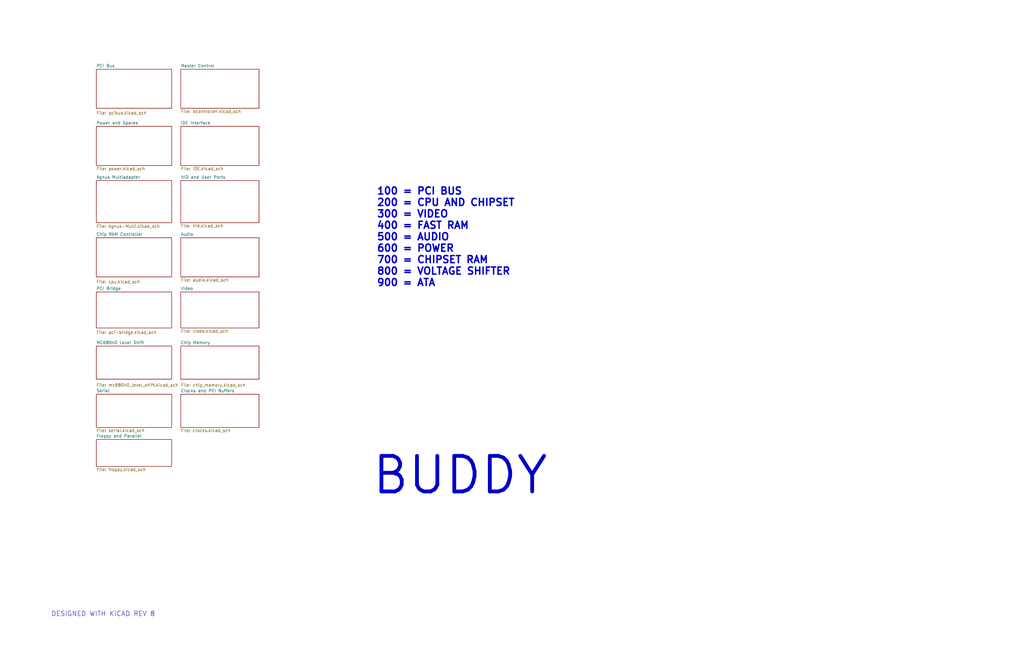
<source format=kicad_sch>
(kicad_sch
	(version 20231120)
	(generator "eeschema")
	(generator_version "8.0")
	(uuid "72453515-27fe-4336-91f3-e3c8054f7767")
	(paper "USLedger")
	(title_block
		(title "AMIGA PCI")
		(date "2025-01-11")
		(rev "5.0")
	)
	(lib_symbols)
	(text "100 = PCI BUS\n200 = CPU AND CHIPSET\n300 = VIDEO\n400 = FAST RAM\n500 = AUDIO\n600 = POWER\n700 = CHIPSET RAM\n800 = VOLTAGE SHIFTER\n900 = ATA"
		(exclude_from_sim no)
		(at 158.75 121.158 0)
		(effects
			(font
				(size 3 3)
				(bold yes)
			)
			(justify left bottom)
		)
		(uuid "03d6913e-0783-4f08-bd37-f7010da4e748")
	)
	(text "DESIGNED WITH KiCAD REV 8"
		(exclude_from_sim no)
		(at 21.59 260.35 0)
		(effects
			(font
				(size 2 2)
			)
			(justify left bottom)
		)
		(uuid "15edd3ae-2f36-4266-b83b-a51bfc978075")
	)
	(text "BUDDY"
		(exclude_from_sim no)
		(at 156.21 209.55 0)
		(effects
			(font
				(size 15 15)
				(thickness 1.6)
				(bold yes)
			)
			(justify left bottom)
		)
		(uuid "82c564f8-ce35-4e3e-8545-a15c252dc228")
	)
	(sheet
		(at 40.64 100.33)
		(size 31.75 16.51)
		(fields_autoplaced yes)
		(stroke
			(width 0.1524)
			(type solid)
		)
		(fill
			(color 0 0 0 0.0000)
		)
		(uuid "14024e2c-eaac-4547-8875-4a8ac58b1720")
		(property "Sheetname" "Chip RAM Controller"
			(at 40.64 99.6184 0)
			(effects
				(font
					(size 1.27 1.27)
				)
				(justify left bottom)
			)
		)
		(property "Sheetfile" "cpu.kicad_sch"
			(at 40.64 118.1866 0)
			(effects
				(font
					(size 1.27 1.27)
				)
				(justify left top)
			)
		)
		(instances
			(project "AmigaPCI Mainboard"
				(path "/72453515-27fe-4336-91f3-e3c8054f7767"
					(page "13")
				)
			)
		)
	)
	(sheet
		(at 40.64 76.2)
		(size 31.75 17.78)
		(stroke
			(width 0.1524)
			(type solid)
		)
		(fill
			(color 0 0 0 0.0000)
		)
		(uuid "2b6a6f7b-f16f-448f-a082-ded618631c29")
		(property "Sheetname" "Agnus Multiadapter"
			(at 40.64 75.4884 0)
			(effects
				(font
					(size 1.27 1.27)
				)
				(justify left bottom)
			)
		)
		(property "Sheetfile" "Agnus-Multi.kicad_sch"
			(at 40.64 94.742 0)
			(effects
				(font
					(size 1.27 1.27)
				)
				(justify left top)
			)
		)
		(instances
			(project "AmigaPCI Mainboard"
				(path "/72453515-27fe-4336-91f3-e3c8054f7767"
					(page "6")
				)
			)
		)
	)
	(sheet
		(at 76.2 123.19)
		(size 33.02 15.24)
		(fields_autoplaced yes)
		(stroke
			(width 0.1524)
			(type solid)
		)
		(fill
			(color 0 0 0 0.0000)
		)
		(uuid "34f2eda3-97b6-4f91-ad2d-01637d6f5405")
		(property "Sheetname" "Video"
			(at 76.2 122.4784 0)
			(effects
				(font
					(size 1.27 1.27)
				)
				(justify left bottom)
			)
		)
		(property "Sheetfile" "video.kicad_sch"
			(at 76.2 139.0146 0)
			(effects
				(font
					(size 1.27 1.27)
				)
				(justify left top)
			)
		)
		(instances
			(project "AmigaPCI Mainboard"
				(path "/72453515-27fe-4336-91f3-e3c8054f7767"
					(page "8")
				)
			)
		)
	)
	(sheet
		(at 40.64 146.05)
		(size 31.75 13.97)
		(fields_autoplaced yes)
		(stroke
			(width 0.1524)
			(type solid)
		)
		(fill
			(color 0 0 0 0.0000)
		)
		(uuid "3746f476-970c-4acb-b19d-33c43fff35fb")
		(property "Sheetname" "MC68040 Level Shift"
			(at 40.64 145.3384 0)
			(effects
				(font
					(size 1.27 1.27)
				)
				(justify left bottom)
			)
		)
		(property "Sheetfile" "mc68040_level_shift.kicad_sch"
			(at 40.64 161.7476 0)
			(effects
				(font
					(size 1.27 1.27)
				)
				(justify left top)
			)
		)
		(instances
			(project "AmigaPCI Mainboard"
				(path "/72453515-27fe-4336-91f3-e3c8054f7767"
					(page "17")
				)
			)
		)
	)
	(sheet
		(at 40.64 53.34)
		(size 31.75 16.51)
		(fields_autoplaced yes)
		(stroke
			(width 0.1524)
			(type solid)
		)
		(fill
			(color 0 0 0 0.0000)
		)
		(uuid "4cb777ef-2899-49f4-b38f-a0c07d84fa7d")
		(property "Sheetname" "Power and Spares"
			(at 40.64 52.6284 0)
			(effects
				(font
					(size 1.27 1.27)
				)
				(justify left bottom)
			)
		)
		(property "Sheetfile" "power.kicad_sch"
			(at 40.64 70.4296 0)
			(effects
				(font
					(size 1.27 1.27)
				)
				(justify left top)
			)
		)
		(instances
			(project "AmigaPCI Mainboard"
				(path "/72453515-27fe-4336-91f3-e3c8054f7767"
					(page "3")
				)
			)
		)
	)
	(sheet
		(at 76.2 76.2)
		(size 33.02 17.78)
		(fields_autoplaced yes)
		(stroke
			(width 0.1524)
			(type solid)
		)
		(fill
			(color 0 0 0 0.0000)
		)
		(uuid "60b2ee65-4978-4bd8-934d-67b9c15d34cc")
		(property "Sheetname" "HID and User Ports"
			(at 76.2 75.4884 0)
			(effects
				(font
					(size 1.27 1.27)
				)
				(justify left bottom)
			)
		)
		(property "Sheetfile" "hid.kicad_sch"
			(at 76.2 94.5646 0)
			(effects
				(font
					(size 1.27 1.27)
				)
				(justify left top)
			)
		)
		(instances
			(project "AmigaPCI Mainboard"
				(path "/72453515-27fe-4336-91f3-e3c8054f7767"
					(page "15")
				)
			)
		)
	)
	(sheet
		(at 76.2 29.21)
		(size 33.02 16.51)
		(fields_autoplaced yes)
		(stroke
			(width 0.1524)
			(type solid)
		)
		(fill
			(color 0 0 0 0.0000)
		)
		(uuid "62a07d55-3759-49a3-8a3f-631cb4902a24")
		(property "Sheetname" "Master Control"
			(at 76.2 28.4984 0)
			(effects
				(font
					(size 1.27 1.27)
				)
				(justify left bottom)
			)
		)
		(property "Sheetfile" "bcontroller.kicad_sch"
			(at 76.2 46.2846 0)
			(effects
				(font
					(size 1.27 1.27)
				)
				(justify left top)
			)
		)
		(instances
			(project "AmigaPCI Mainboard"
				(path "/72453515-27fe-4336-91f3-e3c8054f7767"
					(page "5")
				)
			)
		)
	)
	(sheet
		(at 40.64 185.42)
		(size 31.75 11.43)
		(fields_autoplaced yes)
		(stroke
			(width 0.1524)
			(type solid)
		)
		(fill
			(color 0 0 0 0.0000)
		)
		(uuid "64185471-b9ae-4a50-a046-7157e86a04d0")
		(property "Sheetname" "Floppy and Parallel"
			(at 40.64 184.7084 0)
			(effects
				(font
					(size 1.27 1.27)
				)
				(justify left bottom)
			)
		)
		(property "Sheetfile" "floppy.kicad_sch"
			(at 40.64 197.4346 0)
			(effects
				(font
					(size 1.27 1.27)
				)
				(justify left top)
			)
		)
		(instances
			(project "AmigaPCI Mainboard"
				(path "/72453515-27fe-4336-91f3-e3c8054f7767"
					(page "10")
				)
			)
		)
	)
	(sheet
		(at 40.64 166.37)
		(size 31.75 13.97)
		(fields_autoplaced yes)
		(stroke
			(width 0.1524)
			(type solid)
		)
		(fill
			(color 0 0 0 0.0000)
		)
		(uuid "70231775-58c2-469a-996a-fc3c3a4a8de1")
		(property "Sheetname" "Serial"
			(at 40.64 165.6584 0)
			(effects
				(font
					(size 1.27 1.27)
				)
				(justify left bottom)
			)
		)
		(property "Sheetfile" "serial.kicad_sch"
			(at 40.64 180.9246 0)
			(effects
				(font
					(size 1.27 1.27)
				)
				(justify left top)
			)
		)
		(instances
			(project "AmigaPCI Mainboard"
				(path "/72453515-27fe-4336-91f3-e3c8054f7767"
					(page "11")
				)
			)
		)
	)
	(sheet
		(at 76.2 100.33)
		(size 33.02 16.51)
		(fields_autoplaced yes)
		(stroke
			(width 0.1524)
			(type solid)
		)
		(fill
			(color 0 0 0 0.0000)
		)
		(uuid "71ea5834-c2f1-44b0-9a09-0538600b01fd")
		(property "Sheetname" "Audio"
			(at 76.2 99.6184 0)
			(effects
				(font
					(size 1.27 1.27)
				)
				(justify left bottom)
			)
		)
		(property "Sheetfile" "audio.kicad_sch"
			(at 76.2 117.4246 0)
			(effects
				(font
					(size 1.27 1.27)
				)
				(justify left top)
			)
		)
		(instances
			(project "AmigaPCI Mainboard"
				(path "/72453515-27fe-4336-91f3-e3c8054f7767"
					(page "9")
				)
			)
		)
	)
	(sheet
		(at 76.2 53.34)
		(size 33.02 16.51)
		(fields_autoplaced yes)
		(stroke
			(width 0.1524)
			(type solid)
		)
		(fill
			(color 0 0 0 0.0000)
		)
		(uuid "7a35a97e-5686-44dd-976e-0306b0eb5ef2")
		(property "Sheetname" "IDE Interface"
			(at 76.2 52.6284 0)
			(effects
				(font
					(size 1.27 1.27)
				)
				(justify left bottom)
			)
		)
		(property "Sheetfile" "IDE.kicad_sch"
			(at 76.2 70.4346 0)
			(effects
				(font
					(size 1.27 1.27)
				)
				(justify left top)
			)
		)
		(instances
			(project "AmigaPCI Mainboard"
				(path "/72453515-27fe-4336-91f3-e3c8054f7767"
					(page "12")
				)
			)
		)
	)
	(sheet
		(at 40.64 29.21)
		(size 31.75 16.51)
		(fields_autoplaced yes)
		(stroke
			(width 0.1524)
			(type solid)
		)
		(fill
			(color 0 0 0 0.0000)
		)
		(uuid "c23015fc-f40a-4f75-aa79-1dfe37c2fc2e")
		(property "Sheetname" "PCI Bus"
			(at 40.64 28.4984 0)
			(effects
				(font
					(size 1.27 1.27)
				)
				(justify left bottom)
			)
		)
		(property "Sheetfile" "pcibus.kicad_sch"
			(at 40.64 46.9396 0)
			(effects
				(font
					(size 1.27 1.27)
				)
				(justify left top)
			)
		)
		(instances
			(project "AmigaPCI Mainboard"
				(path "/72453515-27fe-4336-91f3-e3c8054f7767"
					(page "2")
				)
			)
		)
	)
	(sheet
		(at 40.64 123.19)
		(size 31.75 15.24)
		(fields_autoplaced yes)
		(stroke
			(width 0.1524)
			(type solid)
		)
		(fill
			(color 0 0 0 0.0000)
		)
		(uuid "c71cba2c-aa10-44ea-a37d-abe4b67b6d89")
		(property "Sheetname" "PCI Bridge"
			(at 40.64 122.4784 0)
			(effects
				(font
					(size 1.27 1.27)
				)
				(justify left bottom)
			)
		)
		(property "Sheetfile" "pci-bridge.kicad_sch"
			(at 40.64 139.5226 0)
			(effects
				(font
					(size 1.27 1.27)
				)
				(justify left top)
			)
		)
		(instances
			(project "AmigaPCI Mainboard"
				(path "/72453515-27fe-4336-91f3-e3c8054f7767"
					(page "16")
				)
			)
		)
	)
	(sheet
		(at 76.2 166.37)
		(size 33.02 13.97)
		(fields_autoplaced yes)
		(stroke
			(width 0.1524)
			(type solid)
		)
		(fill
			(color 0 0 0 0.0000)
		)
		(uuid "d671396a-959f-409b-8612-87cb620c51cb")
		(property "Sheetname" "Clocks and PCI Buffers"
			(at 76.2 165.6584 0)
			(effects
				(font
					(size 1.27 1.27)
				)
				(justify left bottom)
			)
		)
		(property "Sheetfile" "clocks.kicad_sch"
			(at 76.2 180.9246 0)
			(effects
				(font
					(size 1.27 1.27)
				)
				(justify left top)
			)
		)
		(instances
			(project "AmigaPCI Mainboard"
				(path "/72453515-27fe-4336-91f3-e3c8054f7767"
					(page "7")
				)
			)
		)
	)
	(sheet
		(at 76.2 146.05)
		(size 33.02 13.97)
		(stroke
			(width 0.1524)
			(type solid)
		)
		(fill
			(color 0 0 0 0.0000)
		)
		(uuid "f63de3eb-8614-4bac-88f2-650f5bad2338")
		(property "Sheetname" "Chip Memory"
			(at 76.2 145.3384 0)
			(effects
				(font
					(size 1.27 1.27)
				)
				(justify left bottom)
			)
		)
		(property "Sheetfile" "chip_memory.kicad_sch"
			(at 76.2 161.798 0)
			(effects
				(font
					(size 1.27 1.27)
				)
				(justify left top)
			)
		)
		(instances
			(project "AmigaPCI Mainboard"
				(path "/72453515-27fe-4336-91f3-e3c8054f7767"
					(page "14")
				)
			)
		)
	)
	(sheet_instances
		(path "/"
			(page "1")
		)
	)
)

</source>
